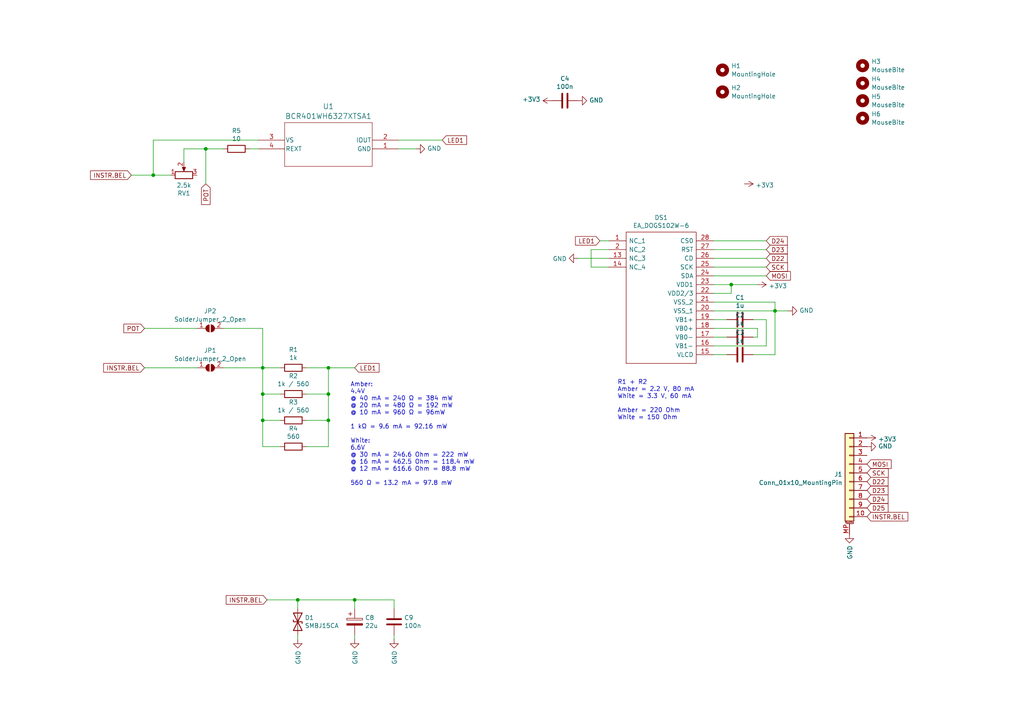
<source format=kicad_sch>
(kicad_sch (version 20230121) (generator eeschema)
  (paper "A4")
  (title_block (title "DOGS102") (date "2022-04-11") (rev "0.9.1") (company "fiz-o-matic.net"))
  (lib_symbols
    (symbol "BCR401:BCR401WH6327XTSA1" (pin_names (offset 0.254))
      (property "Reference" "U" (at 20.32 10.16 0))
      (property "Value" "BCR401WH6327XTSA1" (at 20.32 7.62 0))
      (symbol "BCR401WH6327XTSA1_0_1"
        (polyline (pts (xy 7.62 -7.62) (xy 33.02 -7.62)) (stroke (width 0.127)))
        (polyline (pts (xy 7.62 5.08) (xy 7.62 -7.62)) (stroke (width 0.127)))
        (polyline (pts (xy 33.02 -7.62) (xy 33.02 5.08)) (stroke (width 0.127)))
        (polyline (pts (xy 33.02 5.08) (xy 7.62 5.08)) (stroke (width 0.127)))
        (pin power_out line (at 0 0 0) (length 7.62) (name "GND") (number "1"))
        (pin output line (at 0 -2.54 0) (length 7.62) (name "IOUT") (number "2"))
        (pin unspecified line (at 40.64 -2.54 180) (length 7.62) (name "VS") (number "3"))
        (pin unspecified line (at 40.64 0 180) (length 7.62) (name "REXT") (number "4"))
      )
    )
    (symbol "Connector_Generic_MountingPin:Conn_01x10_MountingPin" (pin_names (offset 1.016) hide)
      (property "Reference" "J" (at 0 12.7 0))
      (property "Value" "Conn_01x10_MountingPin" (at 1.27 -15.24 0))
      (symbol "Conn_01x10_MountingPin_1_1"
        (rectangle (start -1.27 -12.573) (end 0 -12.827) (stroke (width 0.1524)))
        (rectangle (start -1.27 -10.033) (end 0 -10.287) (stroke (width 0.1524)))
        (rectangle (start -1.27 -7.493) (end 0 -7.747) (stroke (width 0.1524)))
        (rectangle (start -1.27 -4.953) (end 0 -5.207) (stroke (width 0.1524)))
        (rectangle (start -1.27 -2.413) (end 0 -2.667) (stroke (width 0.1524)))
        (rectangle (start -1.27 0.127) (end 0 -0.127) (stroke (width 0.1524)))
        (rectangle (start -1.27 2.667) (end 0 2.413) (stroke (width 0.1524)))
        (rectangle (start -1.27 5.207) (end 0 4.953) (stroke (width 0.1524)))
        (rectangle (start -1.27 7.747) (end 0 7.493) (stroke (width 0.1524)))
        (rectangle (start -1.27 10.287) (end 0 10.033) (stroke (width 0.1524)))
        (rectangle (start -1.27 11.43) (end 1.27 -13.97) (stroke (width 0.254)) (fill (type background)))
        (polyline (pts (xy -1.016 -14.732) (xy 1.016 -14.732)) (stroke (width 0.1524)))
        (text "Mounting" (at 0 -14.351 0) (effects (font (size 0.381 0.381))))
        (pin passive line (at -5.08 10.16 0) (length 3.81) (name "Pin_1") (number "1"))
        (pin passive line (at -5.08 -12.7 0) (length 3.81) (name "Pin_10") (number "10"))
        (pin passive line (at -5.08 7.62 0) (length 3.81) (name "Pin_2") (number "2"))
        (pin passive line (at -5.08 5.08 0) (length 3.81) (name "Pin_3") (number "3"))
        (pin passive line (at -5.08 2.54 0) (length 3.81) (name "Pin_4") (number "4"))
        (pin passive line (at -5.08 0 0) (length 3.81) (name "Pin_5") (number "5"))
        (pin passive line (at -5.08 -2.54 0) (length 3.81) (name "Pin_6") (number "6"))
        (pin passive line (at -5.08 -5.08 0) (length 3.81) (name "Pin_7") (number "7"))
        (pin passive line (at -5.08 -7.62 0) (length 3.81) (name "Pin_8") (number "8"))
        (pin passive line (at -5.08 -10.16 0) (length 3.81) (name "Pin_9") (number "9"))
        (pin passive line (at 0 -17.78 90) (length 3.048) (name "MountPin") (number "MP"))
      )
    )
    (symbol "Device:C" (pin_numbers hide) (pin_names (offset 0.254))
      (property "Reference" "C" (at 0.635 2.54 0))
      (property "Value" "C" (at 0.635 -2.54 0))
      (symbol "C_0_1"
        (polyline (pts (xy -2.032 -0.762) (xy 2.032 -0.762)) (stroke (width 0.508)))
        (polyline (pts (xy -2.032 0.762) (xy 2.032 0.762)) (stroke (width 0.508)))
      )
      (symbol "C_1_1"
        (pin passive line (at 0 3.81 270) (length 2.794) (name "~") (number "1"))
        (pin passive line (at 0 -3.81 90) (length 2.794) (name "~") (number "2"))
      )
    )
    (symbol "Device:D_TVS" (pin_numbers hide) (pin_names (offset 1.016) hide)
      (property "Reference" "D" (at 0 2.54 0))
      (property "Value" "D_TVS" (at 0 -2.54 0))
      (symbol "D_TVS_0_1"
        (polyline (pts (xy 1.27 0) (xy -1.27 0)))
        (polyline (pts (xy 0.508 1.27) (xy 0 1.27) (xy 0 -1.27) (xy -0.508 -1.27)) (stroke (width 0.254)))
        (polyline (pts (xy -2.54 1.27) (xy -2.54 -1.27) (xy 2.54 1.27) (xy 2.54 -1.27) (xy -2.54 1.27)) (stroke (width 0.254)))
      )
      (symbol "D_TVS_1_1"
        (pin passive line (at -3.81 0 0) (length 2.54) (name "A1") (number "1"))
        (pin passive line (at 3.81 0 180) (length 2.54) (name "A2") (number "2"))
      )
    )
    (symbol "Device:R" (pin_numbers hide) (pin_names (offset 0))
      (property "Reference" "R" (at 2.032 0 90))
      (property "Value" "R" (at 0 0 90))
      (symbol "R_0_1"
        (rectangle (start -1.016 -2.54) (end 1.016 2.54) (stroke (width 0.254)))
      )
      (symbol "R_1_1"
        (pin passive line (at 0 3.81 270) (length 1.27) (name "~") (number "1"))
        (pin passive line (at 0 -3.81 90) (length 1.27) (name "~") (number "2"))
      )
    )
    (symbol "Jumper:SolderJumper_2_Open" (pin_names (offset 0) hide)
      (property "Reference" "JP" (at 0 2.032 0))
      (property "Value" "SolderJumper_2_Open" (at 0 -2.54 0))
      (symbol "SolderJumper_2_Open_0_1"
        (arc (start -0.254 1.016) (mid -1.2656 0) (end -0.254 -1.016))
        (arc (start -0.254 1.016) (mid -1.2656 0) (end -0.254 -1.016) (fill (type outline)))
        (polyline (pts (xy -0.254 1.016) (xy -0.254 -1.016)))
        (polyline (pts (xy 0.254 1.016) (xy 0.254 -1.016)))
        (arc (start 0.254 -1.016) (mid 1.2656 0) (end 0.254 1.016))
        (arc (start 0.254 -1.016) (mid 1.2656 0) (end 0.254 1.016) (fill (type outline)))
      )
      (symbol "SolderJumper_2_Open_1_1"
        (pin passive line (at -3.81 0 0) (length 2.54) (name "A") (number "1"))
        (pin passive line (at 3.81 0 180) (length 2.54) (name "B") (number "2"))
      )
    )
    (symbol "Mechanical:MountingHole" (pin_names (offset 1.016))
      (property "Reference" "H" (at 0 5.08 0))
      (property "Value" "MountingHole" (at 0 3.175 0))
      (symbol "MountingHole_0_1"
        (circle (center 0 0) (radius 1.27) (stroke (width 1.27)))
      )
    )
    (symbol "dogs102-rescue:+3.3V-power" (power) (pin_names (offset 0))
      (property "Value" "+3.3V-power" (at 0 3.556 0))
      (symbol "+3.3V-power_0_1"
        (polyline (pts (xy -0.762 1.27) (xy 0 2.54)))
        (polyline (pts (xy 0 0) (xy 0 2.54)))
        (polyline (pts (xy 0 2.54) (xy 0.762 1.27)))
      )
      (symbol "+3.3V-power_1_1"
        (pin power_in line (at 0 0 90) (length 0) hide (name "+3V3") (number "1"))
      )
    )
    (symbol "dogs102-rescue:CP-Device" (pin_numbers hide) (pin_names (offset 0.254))
      (property "Reference" "C" (at 0.635 2.54 0))
      (property "Value" "Device_CP" (at 0.635 -2.54 0))
      (symbol "CP-Device_0_1"
        (rectangle (start -2.286 0.508) (end 2.286 1.016))
        (polyline (pts (xy -1.778 2.286) (xy -0.762 2.286)))
        (polyline (pts (xy -1.27 2.794) (xy -1.27 1.778)))
        (rectangle (start 2.286 -0.508) (end -2.286 -1.016) (fill (type outline)))
      )
      (symbol "CP-Device_1_1"
        (pin passive line (at 0 3.81 270) (length 2.794) (name "~") (number "1"))
        (pin passive line (at 0 -3.81 90) (length 2.794) (name "~") (number "2"))
      )
    )
    (symbol "dogs102-rescue:EA_DOGS102W-6-dogs102_n" (pin_names (offset 0.762))
      (property "Reference" "DS" (at 26.67 7.62 0))
      (property "Value" "EA_DOGS102W-6-dogs102_n" (at 26.67 5.08 0))
      (symbol "EA_DOGS102W-6-dogs102_n_0_0"
        (pin unspecified line (at 0 0 0) (length 5.08) (name "NC_1") (number "1"))
        (pin unspecified line (at 0 -5.08 0) (length 5.08) (name "NC_3") (number "13"))
        (pin unspecified line (at 0 -7.62 0) (length 5.08) (name "NC_4") (number "14"))
        (pin unspecified line (at 30.48 -33.02 180) (length 5.08) (name "VLCD") (number "15"))
        (pin unspecified line (at 30.48 -30.48 180) (length 5.08) (name "VB1-") (number "16"))
        (pin unspecified line (at 30.48 -27.94 180) (length 5.08) (name "VB0-") (number "17"))
        (pin unspecified line (at 30.48 -25.4 180) (length 5.08) (name "VB0+") (number "18"))
        (pin unspecified line (at 30.48 -22.86 180) (length 5.08) (name "VB1+") (number "19"))
        (pin unspecified line (at 0 -2.54 0) (length 5.08) (name "NC_2") (number "2"))
        (pin unspecified line (at 30.48 -20.32 180) (length 5.08) (name "VSS_1") (number "20"))
        (pin unspecified line (at 30.48 -17.78 180) (length 5.08) (name "VSS_2") (number "21"))
        (pin unspecified line (at 30.48 -15.24 180) (length 5.08) (name "VDD2/3") (number "22"))
        (pin unspecified line (at 30.48 -12.7 180) (length 5.08) (name "VDD1") (number "23"))
        (pin unspecified line (at 30.48 -10.16 180) (length 5.08) (name "SDA") (number "24"))
        (pin unspecified line (at 30.48 -7.62 180) (length 5.08) (name "SCK") (number "25"))
        (pin unspecified line (at 30.48 -5.08 180) (length 5.08) (name "CD") (number "26"))
        (pin unspecified line (at 30.48 -2.54 180) (length 5.08) (name "RST") (number "27"))
        (pin unspecified line (at 30.48 0 180) (length 5.08) (name "CS0") (number "28"))
      )
      (symbol "EA_DOGS102W-6-dogs102_n_0_1"
        (polyline (pts (xy 5.08 2.54) (xy 25.4 2.54) (xy 25.4 -35.56) (xy 5.08 -35.56) (xy 5.08 2.54)) (stroke (width 0.1524)))
      )
    )
    (symbol "dogs102-rescue:R_POT-Device" (pin_names (offset 1.016) hide)
      (property "Reference" "RV" (at -4.445 0 90))
      (property "Value" "Device_R_POT" (at -2.54 0 90))
      (symbol "R_POT-Device_0_1"
        (polyline (pts (xy 2.54 0) (xy 1.524 0)))
        (polyline (pts (xy 1.143 0) (xy 2.286 0.508) (xy 2.286 -0.508) (xy 1.143 0)) (fill (type outline)))
        (rectangle (start 1.016 2.54) (end -1.016 -2.54) (stroke (width 0.254)))
      )
      (symbol "R_POT-Device_1_1"
        (pin passive line (at 0 3.81 270) (length 1.27) (name "1") (number "1"))
        (pin passive line (at 3.81 0 180) (length 1.27) (name "2") (number "2"))
        (pin passive line (at 0 -3.81 90) (length 1.27) (name "3") (number "3"))
      )
    )
    (symbol "dogs102:DINA4_L" (pin_numbers hide) (pin_names (offset 1.016) hide)
      (symbol "DINA4_L_2_0"
        (polyline (pts (xy 0 0) (xy 0 5.08)))
        (polyline (pts (xy 0 0) (xy 71.12 0)))
        (polyline (pts (xy 0 5.08) (xy 0 15.24)))
        (polyline (pts (xy 0 5.08) (xy 71.12 5.08)))
        (polyline (pts (xy 0 15.24) (xy 0 22.86)))
        (polyline (pts (xy 0 22.86) (xy 0 35.56)))
        (polyline (pts (xy 0 22.86) (xy 101.6 22.86)))
        (polyline (pts (xy 71.12 0) (xy 101.6 0)))
        (polyline (pts (xy 71.12 5.08) (xy 71.12 0)))
        (polyline (pts (xy 71.12 5.08) (xy 87.63 5.08)))
        (polyline (pts (xy 87.63 5.08) (xy 101.6 5.08)))
        (polyline (pts (xy 87.63 15.24) (xy 0 15.24)))
        (polyline (pts (xy 87.63 15.24) (xy 87.63 5.08)))
        (polyline (pts (xy 101.6 5.08) (xy 101.6 0)))
        (polyline (pts (xy 101.6 15.24) (xy 87.63 15.24)))
        (polyline (pts (xy 101.6 15.24) (xy 101.6 5.08)))
        (polyline (pts (xy 101.6 22.86) (xy 101.6 15.24)))
        (polyline (pts (xy 101.6 35.56) (xy 0 35.56)))
        (polyline (pts (xy 101.6 35.56) (xy 101.6 22.86)))
        (text ">DRAWING_NAME" (at 30.48 20.066 0) (effects (font (size 2.032 2.032))))
        (text ">LAST_DATE_TIME" (at 27.3558 2.286 0) (effects (font (size 2.032 2.032))))
        (text ">SHEET" (at 92.2274 2.286 0) (effects (font (size 2.032 2.032))))
        (text "Date:" (at 6.1468 2.286 0) (effects (font (size 2.032 2.032))))
        (text "Document Number:" (at 16.9164 12.446 0) (effects (font (size 2.032 2.032))))
        (text "REV:" (at 92.8116 12.446 0) (effects (font (size 2.032 2.032))))
        (text "Sheet:" (at 78.2574 2.286 0) (effects (font (size 2.032 2.032))))
        (text "TITLE:" (at 7.1374 20.066 0) (effects (font (size 2.032 2.032))))
      )
    )
    (symbol "power:GND" (power) (pin_names (offset 0))
      (property "Value" "GND" (at 0 -3.81 0))
      (symbol "GND_0_1"
        (polyline (pts (xy 0 0) (xy 0 -1.27) (xy 1.27 -1.27) (xy 0 -2.54) (xy -1.27 -1.27) (xy 0 -1.27)))
      )
      (symbol "GND_1_1"
        (pin power_in line (at 0 0 270) (length 0) hide (name "GND") (number "1"))
      )
    )
  )
  (junction (at 76.2 106.68))
  (junction (at 86.36 173.99))
  (junction (at 95.25 106.68))
  (junction (at 212.09 82.55))
  (junction (at 102.87 173.99))
  (junction (at 59.69 43.18))
  (junction (at 76.2 114.3))
  (junction (at 44.45 50.8))
  (junction (at 224.79 90.17))
  (junction (at 76.2 121.92))
  (junction (at 95.25 114.3))
  (junction (at 95.25 121.92))
  (wire (pts (xy 76.2 121.92) (xy 76.2 114.3)))
  (wire (pts (xy 207.01 82.55) (xy 212.09 82.55)))
  (wire (pts (xy 114.3 173.99) (xy 114.3 176.53)))
  (wire (pts (xy 102.87 173.99) (xy 114.3 173.99)))
  (wire (pts (xy 64.77 106.68) (xy 76.2 106.68)))
  (wire (pts (xy 219.71 95.25) (xy 207.01 95.25)))
  (wire (pts (xy 212.09 85.09) (xy 212.09 82.55)))
  (wire (pts (xy 41.91 106.68) (xy 57.15 106.68)))
  (wire (pts (xy 115.57 43.18) (xy 120.65 43.18)))
  (wire (pts (xy 114.3 184.15) (xy 114.3 185.42)))
  (wire (pts (xy 222.25 100.33) (xy 222.25 92.71)))
  (wire (pts (xy 207.01 100.33) (xy 222.25 100.33)))
  (wire (pts (xy 207.01 90.17) (xy 224.79 90.17)))
  (wire (pts (xy 171.45 77.47) (xy 171.45 72.39)))
  (wire (pts (xy 88.9 121.92) (xy 95.25 121.92)))
  (wire (pts (xy 59.69 43.18) (xy 64.77 43.18)))
  (wire (pts (xy 86.36 184.15) (xy 86.36 185.42)))
  (wire (pts (xy 64.77 95.25) (xy 76.2 95.25)))
  (wire (pts (xy 171.45 72.39) (xy 176.53 72.39)))
  (wire (pts (xy 76.2 106.68) (xy 81.28 106.68)))
  (wire (pts (xy 224.79 87.63) (xy 224.79 90.17)))
  (wire (pts (xy 102.87 184.15) (xy 102.87 185.42)))
  (wire (pts (xy 53.34 43.18) (xy 59.69 43.18)))
  (wire (pts (xy 86.36 173.99) (xy 102.87 173.99)))
  (wire (pts (xy 81.28 129.54) (xy 76.2 129.54)))
  (wire (pts (xy 53.34 43.18) (xy 53.34 46.99)))
  (wire (pts (xy 224.79 90.17) (xy 224.79 102.87)))
  (wire (pts (xy 76.2 129.54) (xy 76.2 121.92)))
  (wire (pts (xy 95.25 114.3) (xy 95.25 106.68)))
  (wire (pts (xy 218.44 97.79) (xy 219.71 97.79)))
  (wire (pts (xy 167.64 74.93) (xy 176.53 74.93)))
  (wire (pts (xy 95.25 106.68) (xy 102.87 106.68)))
  (wire (pts (xy 171.45 77.47) (xy 176.53 77.47)))
  (wire (pts (xy 207.01 72.39) (xy 222.25 72.39)))
  (wire (pts (xy 76.2 95.25) (xy 76.2 106.68)))
  (wire (pts (xy 207.01 92.71) (xy 210.82 92.71)))
  (wire (pts (xy 57.15 95.25) (xy 41.91 95.25)))
  (wire (pts (xy 115.57 40.64) (xy 128.27 40.64)))
  (wire (pts (xy 102.87 173.99) (xy 102.87 176.53)))
  (wire (pts (xy 44.45 50.8) (xy 49.53 50.8)))
  (wire (pts (xy 207.01 97.79) (xy 210.82 97.79)))
  (wire (pts (xy 77.47 173.99) (xy 86.36 173.99)))
  (wire (pts (xy 207.01 77.47) (xy 222.25 77.47)))
  (wire (pts (xy 207.01 85.09) (xy 212.09 85.09)))
  (wire (pts (xy 224.79 102.87) (xy 218.44 102.87)))
  (wire (pts (xy 219.71 97.79) (xy 219.71 95.25)))
  (wire (pts (xy 38.1 50.8) (xy 44.45 50.8)))
  (wire (pts (xy 207.01 80.01) (xy 222.25 80.01)))
  (wire (pts (xy 76.2 114.3) (xy 76.2 106.68)))
  (wire (pts (xy 59.69 43.18) (xy 59.69 53.34)))
  (wire (pts (xy 72.39 43.18) (xy 74.93 43.18)))
  (wire (pts (xy 88.9 106.68) (xy 95.25 106.68)))
  (wire (pts (xy 173.99 69.85) (xy 176.53 69.85)))
  (wire (pts (xy 88.9 114.3) (xy 95.25 114.3)))
  (wire (pts (xy 207.01 102.87) (xy 210.82 102.87)))
  (wire (pts (xy 81.28 114.3) (xy 76.2 114.3)))
  (wire (pts (xy 222.25 92.71) (xy 218.44 92.71)))
  (wire (pts (xy 224.79 90.17) (xy 228.6 90.17)))
  (wire (pts (xy 207.01 87.63) (xy 224.79 87.63)))
  (wire (pts (xy 212.09 82.55) (xy 219.71 82.55)))
  (wire (pts (xy 95.25 129.54) (xy 95.25 121.92)))
  (wire (pts (xy 207.01 69.85) (xy 222.25 69.85)))
  (wire (pts (xy 44.45 40.64) (xy 44.45 50.8)))
  (wire (pts (xy 207.01 74.93) (xy 222.25 74.93)))
  (wire (pts (xy 88.9 129.54) (xy 95.25 129.54)))
  (wire (pts (xy 86.36 173.99) (xy 86.36 176.53)))
  (wire (pts (xy 81.28 121.92) (xy 76.2 121.92)))
  (wire (pts (xy 95.25 121.92) (xy 95.25 114.3)))
  (wire (pts (xy 74.93 40.64) (xy 44.45 40.64)))
  (text "Amber:\n4.4V \n@ 40 mA = 240 Ω = 384 mW\n@ 20 mA = 480 Ω = 192 mW\n@ 10 mA = 960 Ω = 96mW\n\n1 kΩ = 9.6 mA = 92.16 mW\n\nWhite:\n6.6V \n@ 30 mA = 246.6 Ohm = 222 mW\n@ 16 mA = 462.5 Ohm = 118.4 mW\n@ 12 mA = 616.6 Ohm = 88.8 mW\n\n560 Ω = 13.2 mA = 97.8 mW" (at 101.6 140.97 0) (effects (font (size 1.27 1.27)) (justify left bottom)))
  (text "R1 + R2\nAmber = 2.2 V, 80 mA\nWhite = 3.3 V, 60 mA\n\nAmber = 220 Ohm\nWhite = 150 Ohm" (at 179.07 121.92 0) (effects (font (size 1.27 1.27)) (justify left bottom)))
  (global_label "D24" (shape input) (at 222.25 69.85 0) (property "Intersheetrefs" "${INTERSHEET_REFS}" (effects hide)))
  (global_label "MOSI" (shape input) (at 222.25 80.01 0) (property "Intersheetrefs" "${INTERSHEET_REFS}" (effects hide)))
  (global_label "POT" (shape input) (at 41.91 95.25 180) (property "Intersheetrefs" "${INTERSHEET_REFS}" (effects hide)))
  (global_label "SCK" (shape input) (at 251.46 137.16 0) (property "Intersheetrefs" "${INTERSHEET_REFS}" (effects hide)))
  (global_label "POT" (shape input) (at 59.69 53.34 270) (property "Intersheetrefs" "${INTERSHEET_REFS}" (effects hide)))
  (global_label "INSTR.BEL" (shape input) (at 77.47 173.99 180) (property "Intersheetrefs" "${INTERSHEET_REFS}" (effects hide)))
  (global_label "LED1" (shape input) (at 128.27 40.64 0) (property "Intersheetrefs" "${INTERSHEET_REFS}" (effects hide)))
  (global_label "SCK" (shape input) (at 222.25 77.47 0) (property "Intersheetrefs" "${INTERSHEET_REFS}" (effects hide)))
  (global_label "INSTR.BEL" (shape input) (at 251.46 149.86 0) (property "Intersheetrefs" "${INTERSHEET_REFS}" (effects hide)))
  (global_label "D22" (shape input) (at 251.46 139.7 0) (property "Intersheetrefs" "${INTERSHEET_REFS}" (effects hide)))
  (global_label "INSTR.BEL" (shape input) (at 41.91 106.68 180) (property "Intersheetrefs" "${INTERSHEET_REFS}" (effects hide)))
  (global_label "LED1" (shape input) (at 173.99 69.85 180) (property "Intersheetrefs" "${INTERSHEET_REFS}" (effects hide)))
  (global_label "D22" (shape input) (at 222.25 74.93 0) (property "Intersheetrefs" "${INTERSHEET_REFS}" (effects hide)))
  (global_label "D25" (shape input) (at 251.46 147.32 0) (property "Intersheetrefs" "${INTERSHEET_REFS}" (effects hide)))
  (global_label "LED1" (shape input) (at 102.87 106.68 0) (property "Intersheetrefs" "${INTERSHEET_REFS}" (effects hide)))
  (global_label "D23" (shape input) (at 251.46 142.24 0) (property "Intersheetrefs" "${INTERSHEET_REFS}" (effects hide)))
  (global_label "INSTR.BEL" (shape input) (at 38.1 50.8 180) (property "Intersheetrefs" "${INTERSHEET_REFS}" (effects hide)))
  (global_label "D24" (shape input) (at 251.46 144.78 0) (property "Intersheetrefs" "${INTERSHEET_REFS}" (effects hide)))
  (global_label "MOSI" (shape input) (at 251.46 134.62 0) (property "Intersheetrefs" "${INTERSHEET_REFS}" (effects hide)))
  (global_label "D23" (shape input) (at 222.25 72.39 0) (property "Intersheetrefs" "${INTERSHEET_REFS}" (effects hide)))
  (symbol (lib_id "dogs102:DINA4_L") (at 31.75 207.01 0) (unit 1)
    (property "Reference" "#FRAME1" (effects hide))
  )
  (symbol (lib_id "dogs102-rescue:EA_DOGS102W-6-dogs102_n") (at 176.53 69.85 0) (unit 1)
    (property "Reference" "DS1" (at 191.77 63.119 0))
    (property "Value" "EA_DOGS102W-6" (at 191.77 65.4304 0))
    (property "Footprint" "fiz-o-matic:EA-DOGS102W-6" (effects hide))
    (property "Datasheet" "http://www.lcd-module.com/eng/pdf/grafik/dogs102-6e.pdf" (effects hide))
    (property "Description" "LCD Graphic Display Modules & Accessories FSTN (+) Transflect White Background" (effects hide))
    (property "Manufacturer_Name" "ELECTRONIC ASSEMBLY" (effects hide))
    (property "Manufacturer_Part_Number" "EA DOGS102W-6" (effects hide))
    (property "Mouser Part Number" "790-EADOGS102W-6" (effects hide))
    (property "Mouser Price/Stock" "https://www.mouser.com/Search/Refine.aspx?Keyword=790-EADOGS102W-6" (effects hide))
    (property "Price" "25.80" (effects hide))
  )
  (symbol (lib_id "Device:C") (at 214.63 97.79 270) (unit 1)
    (property "Reference" "C2" (at 214.63 91.3892 90))
    (property "Value" "1u" (at 214.63 93.7006 90))
    (property "Footprint" "Capacitor_SMD:C_1210_3225Metric_Pad1.33x2.70mm_HandSolder" (effects hide))
    (property "Price" "0.34" (effects hide))
    (property "RS Price/Stock" "0,34" (effects hide))
  )
  (symbol (lib_id "Device:C") (at 214.63 92.71 270) (unit 1)
    (property "Reference" "C1" (at 214.63 86.3092 90))
    (property "Value" "1u" (at 214.63 88.6206 90))
    (property "Footprint" "Capacitor_SMD:C_1210_3225Metric_Pad1.33x2.70mm_HandSolder" (effects hide))
    (property "Price" "0.34" (effects hide))
    (property "RS Price/Stock" "0,34" (effects hide))
  )
  (symbol (lib_id "Device:C") (at 214.63 102.87 270) (unit 1)
    (property "Reference" "C3" (at 214.63 96.4692 90))
    (property "Value" "1u" (at 214.63 98.7806 90))
    (property "Footprint" "Capacitor_SMD:C_1210_3225Metric_Pad1.33x2.70mm_HandSolder" (effects hide))
    (property "Price" "0.34" (effects hide))
    (property "RS Price/Stock" "0,34" (effects hide))
  )
  (symbol (lib_id "dogs102-rescue:+3.3V-power") (at 219.71 82.55 270) (unit 1)
    (property "Reference" "#PWR0102" (effects hide))
    (property "Value" "+3.3V" (at 222.9612 82.931 90) (effects (justify left)))
  )
  (symbol (lib_id "dogs102-rescue:+3.3V-power") (at 215.9 53.34 270) (unit 1)
    (property "Reference" "#PWR0105" (effects hide))
    (property "Value" "+3.3V" (at 219.1512 53.721 90) (effects (justify left)))
  )
  (symbol (lib_id "Device:C") (at 163.83 29.21 270) (unit 1)
    (property "Reference" "C4" (at 163.83 22.8092 90))
    (property "Value" "100n" (at 163.83 25.1206 90))
    (property "Footprint" "Capacitor_SMD:C_0805_2012Metric" (effects hide))
    (property "Price" "0.09" (effects hide))
  )
  (symbol (lib_id "dogs102-rescue:+3.3V-power") (at 160.02 29.21 90) (unit 1)
    (property "Reference" "#PWR0113" (effects hide))
    (property "Value" "+3.3V" (at 156.7688 28.829 90) (effects (justify left)))
  )
  (symbol (lib_id "power:GND") (at 228.6 90.17 90) (unit 1)
    (property "Reference" "#PWR0115" (effects hide))
    (property "Value" "GND" (at 231.8512 90.043 90) (effects (justify right)))
  )
  (symbol (lib_id "power:GND") (at 167.64 29.21 90) (unit 1)
    (property "Reference" "#PWR0116" (effects hide))
    (property "Value" "GND" (at 170.8912 29.083 90) (effects (justify right)))
  )
  (symbol (lib_id "power:GND") (at 167.64 74.93 270) (unit 1)
    (property "Reference" "#PWR0120" (effects hide))
    (property "Value" "GND" (at 164.3888 75.057 90) (effects (justify right)))
  )
  (symbol (lib_id "dogs102-rescue:CP-Device") (at 102.87 180.34 0) (unit 1)
    (property "Reference" "C8" (at 105.8672 179.1716 0) (effects (justify left)))
    (property "Value" "22u" (at 105.8672 181.483 0) (effects (justify left)))
    (property "Footprint" "Capacitor_SMD:CP_Elec_5x3" (effects hide))
    (property "Price" "0.19" (effects hide))
  )
  (symbol (lib_id "Device:C") (at 114.3 180.34 0) (unit 1)
    (property "Reference" "C9" (at 117.221 179.1716 0) (effects (justify left)))
    (property "Value" "100n" (at 117.221 181.483 0) (effects (justify left)))
    (property "Footprint" "Capacitor_SMD:C_0805_2012Metric" (effects hide))
    (property "Price" "0.09" (effects hide))
  )
  (symbol (lib_id "Device:D_TVS") (at 86.36 180.34 270) (unit 1)
    (property "Reference" "D1" (at 88.392 179.1716 90) (effects (justify left)))
    (property "Value" "SMBJ15CA" (at 88.392 181.483 90) (effects (justify left)))
    (property "Footprint" "Diode_SMD:D_SMB" (effects hide))
    (property "Price" "0.37" (effects hide))
  )
  (symbol (lib_id "Device:R") (at 85.09 106.68 270) (unit 1)
    (property "Reference" "R1" (at 85.09 101.4222 90))
    (property "Value" "1k" (at 85.09 103.7336 90))
    (property "Footprint" "Resistor_SMD:R_0805_2012Metric" (effects hide))
    (property "Price" "0.09" (effects hide))
  )
  (symbol (lib_id "power:GND") (at 86.36 185.42 0) (unit 1)
    (property "Reference" "#PWR0121" (effects hide))
    (property "Value" "GND" (at 86.487 188.6712 90) (effects (justify right)))
  )
  (symbol (lib_id "power:GND") (at 102.87 185.42 0) (unit 1)
    (property "Reference" "#PWR0122" (effects hide))
    (property "Value" "GND" (at 102.997 188.6712 90) (effects (justify right)))
  )
  (symbol (lib_id "power:GND") (at 114.3 185.42 0) (unit 1)
    (property "Reference" "#PWR0123" (effects hide))
    (property "Value" "GND" (at 114.427 188.6712 90) (effects (justify right)))
  )
  (symbol (lib_id "dogs102-rescue:R_POT-Device") (at 53.34 50.8 90) (unit 1)
    (property "Reference" "RV1" (at 53.34 56.0578 90))
    (property "Value" "2.5k" (at 53.34 53.7464 90))
    (property "Footprint" "Potentiometer_THT:Potentiometer_Piher_PT-6-V_Vertical_Hole" (effects hide))
  )
  (symbol (lib_id "Mechanical:MountingHole") (at 250.19 24.13 0) (unit 1)
    (property "Reference" "H4" (at 252.73 22.9179 0) (effects (justify left)))
    (property "Value" "MouseBite" (at 252.73 25.3421 0) (effects (justify left)))
    (property "Footprint" "fiz-o-matic:mouse-bite-1mm-slot" (effects hide))
  )
  (symbol (lib_id "Device:R") (at 85.09 129.54 270) (unit 1)
    (property "Reference" "R4" (at 85.09 124.2822 90))
    (property "Value" "560" (at 85.09 126.5936 90))
    (property "Footprint" "Resistor_SMD:R_0805_2012Metric" (effects hide))
    (property "Price" "0.09" (effects hide))
  )
  (symbol (lib_id "Device:R") (at 85.09 114.3 270) (unit 1)
    (property "Reference" "R2" (at 85.09 109.0422 90))
    (property "Value" "1k / 560" (at 85.09 111.3536 90))
    (property "Footprint" "Resistor_SMD:R_0805_2012Metric" (effects hide))
    (property "Price" "0.09" (effects hide))
  )
  (symbol (lib_id "Jumper:SolderJumper_2_Open") (at 60.96 106.68 0) (unit 1)
    (property "Reference" "JP1" (at 60.96 101.6467 0))
    (property "Value" "SolderJumper_2_Open" (at 60.96 104.0709 0))
    (property "Footprint" "Jumper:SolderJumper-2_P1.3mm_Open_TrianglePad1.0x1.5mm" (effects hide))
  )
  (symbol (lib_id "Mechanical:MountingHole") (at 209.55 20.32 0) (unit 1)
    (property "Reference" "H1" (at 212.09 19.1079 0) (effects (justify left)))
    (property "Value" "MountingHole" (at 212.09 21.5321 0) (effects (justify left)))
    (property "Footprint" "MountingHole:MountingHole_2.2mm_M2" (effects hide))
  )
  (symbol (lib_id "dogs102-rescue:+3.3V-power") (at 251.46 127 270) (unit 1)
    (property "Reference" "#PWR01" (effects hide))
    (property "Value" "+3.3V" (at 254.7112 127.381 90) (effects (justify left)))
  )
  (symbol (lib_id "power:GND") (at 246.38 154.94 0) (unit 1)
    (property "Reference" "#PWR03" (effects hide))
    (property "Value" "GND" (at 246.507 158.1912 90) (effects (justify right)))
  )
  (symbol (lib_id "Jumper:SolderJumper_2_Open") (at 60.96 95.25 0) (unit 1)
    (property "Reference" "JP2" (at 60.96 90.2167 0))
    (property "Value" "SolderJumper_2_Open" (at 60.96 92.6409 0))
    (property "Footprint" "Jumper:SolderJumper-2_P1.3mm_Open_TrianglePad1.0x1.5mm" (effects hide))
  )
  (symbol (lib_id "BCR401:BCR401WH6327XTSA1") (at 115.57 43.18 180) (unit 1)
    (property "Reference" "U1" (at 95.25 30.8663 0) (effects (font (size 1.524 1.524))))
    (property "Value" "BCR401WH6327XTSA1" (at 95.25 33.6991 0) (effects (font (size 1.524 1.524))))
    (property "Footprint" "PG-SOT343-4-1_INF" (effects hide))
    (property "Datasheet" "BCR401WH6327XTSA1" (effects hide))
  )
  (symbol (lib_id "Mechanical:MountingHole") (at 250.19 34.29 0) (unit 1)
    (property "Reference" "H6" (at 252.73 33.0779 0) (effects (justify left)))
    (property "Value" "MouseBite" (at 252.73 35.5021 0) (effects (justify left)))
    (property "Footprint" "fiz-o-matic:mouse-bite-1mm-slot" (effects hide))
  )
  (symbol (lib_id "Mechanical:MountingHole") (at 250.19 19.05 0) (unit 1)
    (property "Reference" "H3" (at 252.73 17.8379 0) (effects (justify left)))
    (property "Value" "MouseBite" (at 252.73 20.2621 0) (effects (justify left)))
    (property "Footprint" "fiz-o-matic:mouse-bite-1mm-slot" (effects hide))
  )
  (symbol (lib_id "Mechanical:MountingHole") (at 250.19 29.21 0) (unit 1)
    (property "Reference" "H5" (at 252.73 27.9979 0) (effects (justify left)))
    (property "Value" "MouseBite" (at 252.73 30.4221 0) (effects (justify left)))
    (property "Footprint" "fiz-o-matic:mouse-bite-1mm-slot" (effects hide))
  )
  (symbol (lib_id "Device:R") (at 85.09 121.92 270) (unit 1)
    (property "Reference" "R3" (at 85.09 116.6622 90))
    (property "Value" "1k / 560" (at 85.09 118.9736 90))
    (property "Footprint" "Resistor_SMD:R_0805_2012Metric" (effects hide))
    (property "Price" "0.09" (effects hide))
  )
  (symbol (lib_id "Mechanical:MountingHole") (at 209.55 26.67 0) (unit 1)
    (property "Reference" "H2" (at 212.09 25.4579 0) (effects (justify left)))
    (property "Value" "MountingHole" (at 212.09 27.8821 0) (effects (justify left)))
    (property "Footprint" "MountingHole:MountingHole_2.2mm_M2" (effects hide))
  )
  (symbol (lib_id "Device:R") (at 68.58 43.18 270) (unit 1)
    (property "Reference" "R5" (at 68.58 37.9222 90))
    (property "Value" "10" (at 68.58 40.2336 90))
    (property "Footprint" "Resistor_SMD:R_0805_2012Metric" (effects hide))
  )
  (symbol (lib_id "power:GND") (at 251.46 129.54 90) (unit 1)
    (property "Reference" "#PWR02" (effects hide))
    (property "Value" "GND" (at 254.7112 129.413 90) (effects (justify right)))
  )
  (symbol (lib_id "Connector_Generic_MountingPin:Conn_01x10_MountingPin") (at 246.38 137.16 0) (mirror y) (unit 1)
    (property "Reference" "J1" (at 244.348 137.5735 0) (effects (justify left)))
    (property "Value" "Conn_01x10_MountingPin" (at 244.348 139.9977 0) (effects (justify left)))
    (property "Footprint" "Connector_JST:JST_SH_SM10B-SRSS-TB_1x10-1MP_P1.00mm_Horizontal" (effects hide))
    (property "Price" "0.97" (effects hide))
  )
  (symbol (lib_id "power:GND") (at 120.65 43.18 90) (unit 1)
    (property "Reference" "#PWR04" (effects hide))
    (property "Value" "GND" (at 123.9012 43.053 90) (effects (justify right)))
  )
)
</source>
